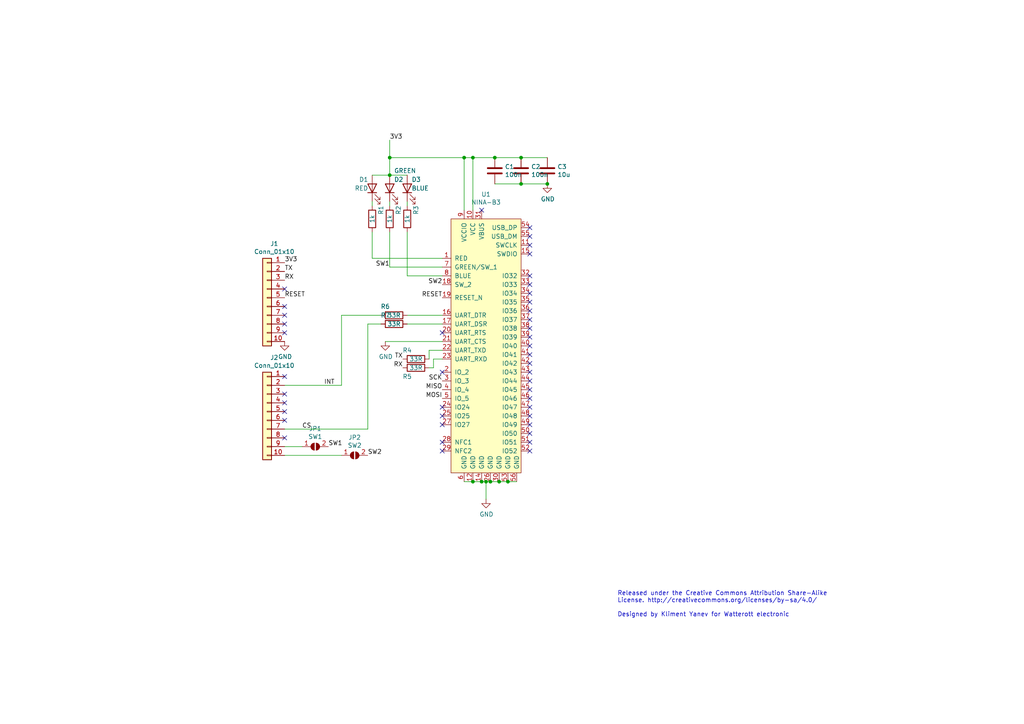
<source format=kicad_sch>
(kicad_sch (version 20211123) (generator eeschema)
  (paper "A4")
  (lib_symbols
    (symbol "Connector_Generic:Conn_01x10" (pin_names (offset 1.016) hide)
      (property "Reference" "J" (at 0 12.7 0))
      (property "Value" "Conn_01x10" (at 0 -15.24 0))
      (symbol "Conn_01x10_1_1"
        (rectangle (start -1.27 -12.573) (end 0 -12.827) (stroke (width 0.1524)))
        (rectangle (start -1.27 -10.033) (end 0 -10.287) (stroke (width 0.1524)))
        (rectangle (start -1.27 -7.493) (end 0 -7.747) (stroke (width 0.1524)))
        (rectangle (start -1.27 -4.953) (end 0 -5.207) (stroke (width 0.1524)))
        (rectangle (start -1.27 -2.413) (end 0 -2.667) (stroke (width 0.1524)))
        (rectangle (start -1.27 0.127) (end 0 -0.127) (stroke (width 0.1524)))
        (rectangle (start -1.27 2.667) (end 0 2.413) (stroke (width 0.1524)))
        (rectangle (start -1.27 5.207) (end 0 4.953) (stroke (width 0.1524)))
        (rectangle (start -1.27 7.747) (end 0 7.493) (stroke (width 0.1524)))
        (rectangle (start -1.27 10.287) (end 0 10.033) (stroke (width 0.1524)))
        (rectangle (start -1.27 11.43) (end 1.27 -13.97) (stroke (width 0.254)) (fill (type background)))
        (pin passive line (at -5.08 10.16 0) (length 3.81) (name "Pin_1") (number "1"))
        (pin passive line (at -5.08 -12.7 0) (length 3.81) (name "Pin_10") (number "10"))
        (pin passive line (at -5.08 7.62 0) (length 3.81) (name "Pin_2") (number "2"))
        (pin passive line (at -5.08 5.08 0) (length 3.81) (name "Pin_3") (number "3"))
        (pin passive line (at -5.08 2.54 0) (length 3.81) (name "Pin_4") (number "4"))
        (pin passive line (at -5.08 0 0) (length 3.81) (name "Pin_5") (number "5"))
        (pin passive line (at -5.08 -2.54 0) (length 3.81) (name "Pin_6") (number "6"))
        (pin passive line (at -5.08 -5.08 0) (length 3.81) (name "Pin_7") (number "7"))
        (pin passive line (at -5.08 -7.62 0) (length 3.81) (name "Pin_8") (number "8"))
        (pin passive line (at -5.08 -10.16 0) (length 3.81) (name "Pin_9") (number "9"))
      )
    )
    (symbol "Device:C" (pin_numbers hide) (pin_names (offset 0.254))
      (property "Reference" "C" (at 0.635 2.54 0))
      (property "Value" "C" (at 0.635 -2.54 0))
      (symbol "C_0_1"
        (polyline (pts (xy -2.032 -0.762) (xy 2.032 -0.762)) (stroke (width 0.508)))
        (polyline (pts (xy -2.032 0.762) (xy 2.032 0.762)) (stroke (width 0.508)))
      )
      (symbol "C_1_1"
        (pin passive line (at 0 3.81 270) (length 2.794) (name "~") (number "1"))
        (pin passive line (at 0 -3.81 90) (length 2.794) (name "~") (number "2"))
      )
    )
    (symbol "Device:LED" (pin_numbers hide) (pin_names (offset 1.016) hide)
      (property "Reference" "D" (at 0 2.54 0))
      (property "Value" "LED" (at 0 -2.54 0))
      (symbol "LED_0_1"
        (polyline (pts (xy -1.27 -1.27) (xy -1.27 1.27)) (stroke (width 0.254)))
        (polyline (pts (xy -1.27 0) (xy 1.27 0)))
        (polyline (pts (xy 1.27 -1.27) (xy 1.27 1.27) (xy -1.27 0) (xy 1.27 -1.27)) (stroke (width 0.254)))
        (polyline (pts (xy -3.048 -0.762) (xy -4.572 -2.286) (xy -3.81 -2.286) (xy -4.572 -2.286) (xy -4.572 -1.524)))
        (polyline (pts (xy -1.778 -0.762) (xy -3.302 -2.286) (xy -2.54 -2.286) (xy -3.302 -2.286) (xy -3.302 -1.524)))
      )
      (symbol "LED_1_1"
        (pin passive line (at -3.81 0 0) (length 2.54) (name "K") (number "1"))
        (pin passive line (at 3.81 0 180) (length 2.54) (name "A") (number "2"))
      )
    )
    (symbol "Device:R" (pin_numbers hide) (pin_names (offset 0))
      (property "Reference" "R" (at 2.032 0 90))
      (property "Value" "R" (at 0 0 90))
      (symbol "R_0_1"
        (rectangle (start -1.016 -2.54) (end 1.016 2.54) (stroke (width 0.254)))
      )
      (symbol "R_1_1"
        (pin passive line (at 0 3.81 270) (length 1.27) (name "~") (number "1"))
        (pin passive line (at 0 -3.81 90) (length 1.27) (name "~") (number "2"))
      )
    )
    (symbol "Jumper:SolderJumper_2_Open" (pin_names (offset 0) hide)
      (property "Reference" "JP" (at 0 2.032 0))
      (property "Value" "SolderJumper_2_Open" (at 0 -2.54 0))
      (symbol "SolderJumper_2_Open_0_1"
        (arc (start -0.254 1.016) (mid -1.27 0) (end -0.254 -1.016))
        (arc (start -0.254 1.016) (mid -1.27 0) (end -0.254 -1.016) (fill (type outline)))
        (polyline (pts (xy -0.254 1.016) (xy -0.254 -1.016)))
        (polyline (pts (xy 0.254 1.016) (xy 0.254 -1.016)))
        (arc (start 0.254 -1.016) (mid 1.27 0) (end 0.254 1.016))
        (arc (start 0.254 -1.016) (mid 1.27 0) (end 0.254 1.016) (fill (type outline)))
      )
      (symbol "SolderJumper_2_Open_1_1"
        (pin passive line (at -3.81 0 0) (length 2.54) (name "A") (number "1"))
        (pin passive line (at 3.81 0 180) (length 2.54) (name "B") (number "2"))
      )
    )
    (symbol "blebee-rescue:NINA-B3-corelib" (pin_names (offset 1.016))
      (property "Reference" "U" (at 3.81 34.29 0))
      (property "Value" "NINA-B3-corelib" (at -11.43 29.21 90))
      (symbol "NINA-B3-corelib_0_1"
        (rectangle (start -10.16 33.02) (end 10.16 -40.64) (fill (type background)))
      )
      (symbol "NINA-B3-corelib_1_1"
        (pin passive line (at -12.7 21.59 0) (length 2.54) (name "RED") (number "1"))
        (pin power_in line (at -3.81 35.56 270) (length 2.54) (name "VCC") (number "10"))
        (pin passive line (at 12.7 25.4 180) (length 2.54) (name "SWCLK") (number "11"))
        (pin power_in line (at -3.81 -43.18 90) (length 2.54) (name "GND") (number "12"))
        (pin power_in line (at -1.27 -43.18 90) (length 2.54) (name "GND") (number "14"))
        (pin passive line (at 12.7 22.86 180) (length 2.54) (name "SWDIO") (number "15"))
        (pin passive line (at -12.7 5.08 0) (length 2.54) (name "UART_DTR") (number "16"))
        (pin passive line (at -12.7 2.54 0) (length 2.54) (name "UART_DSR") (number "17"))
        (pin passive line (at -12.7 13.97 0) (length 2.54) (name "SW_2") (number "18"))
        (pin input line (at -12.7 10.16 0) (length 2.54) (name "RESET_N") (number "19"))
        (pin passive line (at -12.7 -11.43 0) (length 2.54) (name "IO_2") (number "2"))
        (pin passive line (at -12.7 0 0) (length 2.54) (name "UART_RTS") (number "20"))
        (pin passive line (at -12.7 -2.54 0) (length 2.54) (name "UART_CTS") (number "21"))
        (pin output line (at -12.7 -5.08 0) (length 2.54) (name "UART_TXD") (number "22"))
        (pin input line (at -12.7 -7.62 0) (length 2.54) (name "UART_RXD") (number "23"))
        (pin passive line (at -12.7 -21.59 0) (length 2.54) (name "IO24") (number "24"))
        (pin passive line (at -12.7 -24.13 0) (length 2.54) (name "IO25") (number "25"))
        (pin power_in line (at 1.27 -43.18 90) (length 2.54) (name "GND") (number "26"))
        (pin passive line (at -12.7 -26.67 0) (length 2.54) (name "IO27") (number "27"))
        (pin passive line (at -12.7 -31.75 0) (length 2.54) (name "NFC1") (number "28"))
        (pin passive line (at -12.7 -34.29 0) (length 2.54) (name "NFC2") (number "29"))
        (pin passive line (at -12.7 -13.97 0) (length 2.54) (name "IO_3") (number "3"))
        (pin power_in line (at 3.81 -43.18 90) (length 2.54) (name "GND") (number "30"))
        (pin power_in line (at -1.27 35.56 270) (length 2.54) (name "VBUS") (number "31"))
        (pin passive line (at 12.7 16.51 180) (length 2.54) (name "IO32") (number "32"))
        (pin passive line (at 12.7 13.97 180) (length 2.54) (name "IO33") (number "33"))
        (pin passive line (at 12.7 11.43 180) (length 2.54) (name "IO34") (number "34"))
        (pin passive line (at 12.7 8.89 180) (length 2.54) (name "IO35") (number "35"))
        (pin passive line (at 12.7 6.35 180) (length 2.54) (name "IO36") (number "36"))
        (pin passive line (at 12.7 3.81 180) (length 2.54) (name "IO37") (number "37"))
        (pin passive line (at 12.7 1.27 180) (length 2.54) (name "IO38") (number "38"))
        (pin passive line (at 12.7 -1.27 180) (length 2.54) (name "IO39") (number "39"))
        (pin passive line (at -12.7 -16.51 0) (length 2.54) (name "IO_4") (number "4"))
        (pin passive line (at 12.7 -3.81 180) (length 2.54) (name "IO40") (number "40"))
        (pin passive line (at 12.7 -6.35 180) (length 2.54) (name "IO41") (number "41"))
        (pin passive line (at 12.7 -8.89 180) (length 2.54) (name "IO42") (number "42"))
        (pin passive line (at 12.7 -11.43 180) (length 2.54) (name "IO43") (number "43"))
        (pin passive line (at 12.7 -13.97 180) (length 2.54) (name "IO44") (number "44"))
        (pin passive line (at 12.7 -16.51 180) (length 2.54) (name "IO45") (number "45"))
        (pin passive line (at 12.7 -19.05 180) (length 2.54) (name "IO46") (number "46"))
        (pin passive line (at 12.7 -21.59 180) (length 2.54) (name "IO47") (number "47"))
        (pin passive line (at 12.7 -24.13 180) (length 2.54) (name "IO48") (number "48"))
        (pin passive line (at 12.7 -26.67 180) (length 2.54) (name "IO49") (number "49"))
        (pin passive line (at -12.7 -19.05 0) (length 2.54) (name "IO_5") (number "5"))
        (pin passive line (at 12.7 -29.21 180) (length 2.54) (name "IO50") (number "50"))
        (pin passive line (at 12.7 -31.75 180) (length 2.54) (name "IO51") (number "51"))
        (pin passive line (at 12.7 -34.29 180) (length 2.54) (name "IO52") (number "52"))
        (pin power_in line (at 6.35 -43.18 90) (length 2.54) (name "GND") (number "53"))
        (pin passive line (at 12.7 30.48 180) (length 2.54) (name "USB_DP") (number "54"))
        (pin passive line (at 12.7 27.94 180) (length 2.54) (name "USB_DM") (number "55"))
        (pin power_in line (at 8.89 -43.18 90) (length 2.54) (name "GND") (number "56"))
        (pin power_in line (at -6.35 -43.18 90) (length 2.54) (name "GND") (number "6"))
        (pin passive line (at -12.7 19.05 0) (length 2.54) (name "GREEN/SW_1") (number "7"))
        (pin passive line (at -12.7 16.51 0) (length 2.54) (name "BLUE") (number "8"))
        (pin power_in line (at -6.35 35.56 270) (length 2.54) (name "VCCIO") (number "9"))
      )
    )
    (symbol "power:GND" (power) (pin_names (offset 0))
      (property "Value" "GND" (at 0 -3.81 0))
      (symbol "GND_0_1"
        (polyline (pts (xy 0 0) (xy 0 -1.27) (xy 1.27 -1.27) (xy 0 -2.54) (xy -1.27 -1.27) (xy 0 -1.27)))
      )
      (symbol "GND_1_1"
        (pin power_in line (at 0 0 270) (length 0) hide (name "GND") (number "1"))
      )
    )
  )
  (junction (at 143.51 45.72))
  (junction (at 113.03 45.72))
  (junction (at 144.78 139.7))
  (junction (at 142.24 139.7))
  (junction (at 147.32 139.7))
  (junction (at 151.13 45.72))
  (junction (at 151.13 53.34))
  (junction (at 139.7 139.7))
  (junction (at 137.16 45.72))
  (junction (at 134.62 45.72))
  (junction (at 137.16 139.7))
  (junction (at 140.97 139.7))
  (junction (at 113.03 50.8))
  (junction (at 158.75 53.34))
  (no_connect (at 128.27 107.95))
  (no_connect (at 153.67 85.09))
  (no_connect (at 128.27 120.65))
  (no_connect (at 128.27 118.11))
  (no_connect (at 82.55 116.84))
  (no_connect (at 82.55 96.52))
  (no_connect (at 82.55 93.98))
  (no_connect (at 153.67 110.49))
  (no_connect (at 153.67 95.25))
  (no_connect (at 153.67 107.95))
  (no_connect (at 153.67 123.19))
  (no_connect (at 82.55 88.9))
  (no_connect (at 82.55 83.82))
  (no_connect (at 153.67 100.33))
  (no_connect (at 153.67 118.11))
  (no_connect (at 82.55 114.3))
  (no_connect (at 128.27 130.81))
  (no_connect (at 153.67 115.57))
  (no_connect (at 82.55 109.22))
  (no_connect (at 153.67 80.01))
  (no_connect (at 153.67 105.41))
  (no_connect (at 139.7 60.96))
  (no_connect (at 153.67 130.81))
  (no_connect (at 128.27 128.27))
  (no_connect (at 153.67 97.79))
  (no_connect (at 82.55 91.44))
  (no_connect (at 153.67 125.73))
  (no_connect (at 153.67 92.71))
  (no_connect (at 128.27 96.52))
  (no_connect (at 153.67 73.66))
  (no_connect (at 153.67 120.65))
  (no_connect (at 153.67 87.63))
  (no_connect (at 153.67 128.27))
  (no_connect (at 128.27 123.19))
  (no_connect (at 153.67 68.58))
  (no_connect (at 153.67 90.17))
  (no_connect (at 153.67 71.12))
  (no_connect (at 153.67 66.04))
  (no_connect (at 82.55 121.92))
  (no_connect (at 82.55 127))
  (no_connect (at 153.67 82.55))
  (no_connect (at 82.55 119.38))
  (no_connect (at 153.67 113.03))
  (no_connect (at 153.67 102.87))
  (wire (pts (xy 124.46 106.68) (xy 125.73 106.68)))
  (wire (pts (xy 110.49 91.44) (xy 99.06 91.44)))
  (wire (pts (xy 82.55 132.08) (xy 99.06 132.08)))
  (wire (pts (xy 99.06 111.76) (xy 82.55 111.76)))
  (wire (pts (xy 140.97 144.78) (xy 140.97 139.7)))
  (wire (pts (xy 99.06 91.44) (xy 99.06 111.76)))
  (wire (pts (xy 128.27 77.47) (xy 113.03 77.47)))
  (wire (pts (xy 142.24 139.7) (xy 144.78 139.7)))
  (wire (pts (xy 128.27 80.01) (xy 118.11 80.01)))
  (wire (pts (xy 128.27 91.44) (xy 118.11 91.44)))
  (wire (pts (xy 113.03 45.72) (xy 113.03 50.8)))
  (wire (pts (xy 128.27 104.14) (xy 125.73 104.14)))
  (wire (pts (xy 124.46 101.6) (xy 128.27 101.6)))
  (wire (pts (xy 82.55 129.54) (xy 87.63 129.54)))
  (wire (pts (xy 140.97 139.7) (xy 142.24 139.7)))
  (wire (pts (xy 113.03 59.69) (xy 113.03 58.42)))
  (wire (pts (xy 134.62 45.72) (xy 137.16 45.72)))
  (wire (pts (xy 143.51 53.34) (xy 151.13 53.34)))
  (wire (pts (xy 113.03 77.47) (xy 113.03 67.31)))
  (wire (pts (xy 110.49 93.98) (xy 106.68 93.98)))
  (wire (pts (xy 143.51 45.72) (xy 137.16 45.72)))
  (wire (pts (xy 118.11 59.69) (xy 118.11 58.42)))
  (wire (pts (xy 125.73 106.68) (xy 125.73 104.14)))
  (wire (pts (xy 118.11 50.8) (xy 113.03 50.8)))
  (wire (pts (xy 107.95 74.93) (xy 107.95 67.31)))
  (wire (pts (xy 137.16 45.72) (xy 137.16 60.96)))
  (wire (pts (xy 128.27 93.98) (xy 118.11 93.98)))
  (wire (pts (xy 144.78 139.7) (xy 147.32 139.7)))
  (wire (pts (xy 111.76 99.06) (xy 128.27 99.06)))
  (wire (pts (xy 107.95 59.69) (xy 107.95 58.42)))
  (wire (pts (xy 106.68 124.46) (xy 82.55 124.46)))
  (wire (pts (xy 118.11 80.01) (xy 118.11 67.31)))
  (wire (pts (xy 113.03 45.72) (xy 134.62 45.72)))
  (wire (pts (xy 134.62 139.7) (xy 137.16 139.7)))
  (wire (pts (xy 143.51 45.72) (xy 151.13 45.72)))
  (wire (pts (xy 124.46 101.6) (xy 124.46 104.14)))
  (wire (pts (xy 134.62 45.72) (xy 134.62 60.96)))
  (wire (pts (xy 151.13 45.72) (xy 158.75 45.72)))
  (wire (pts (xy 113.03 40.64) (xy 113.03 45.72)))
  (wire (pts (xy 137.16 139.7) (xy 139.7 139.7)))
  (wire (pts (xy 151.13 53.34) (xy 158.75 53.34)))
  (wire (pts (xy 107.95 50.8) (xy 113.03 50.8)))
  (wire (pts (xy 106.68 93.98) (xy 106.68 124.46)))
  (wire (pts (xy 139.7 139.7) (xy 140.97 139.7)))
  (wire (pts (xy 128.27 74.93) (xy 107.95 74.93)))
  (wire (pts (xy 147.32 139.7) (xy 149.86 139.7)))
  (text "Released under the Creative Commons Attribution Share-Alike \nLicense. http://creativecommons.org/licenses/by-sa/4.0/\n\nDesigned by Kliment Yanev for Watterott electronic" (at 179.07 179.07 0) (effects (font (size 1.27 1.27)) (justify left bottom)))
  (label "RX" (at 82.55 81.28 0))
  (label "RESET" (at 82.55 86.36 0))
  (label "3V3" (at 113.03 40.64 0))
  (label "SCK" (at 128.27 110.49 180))
  (label "MISO" (at 128.27 113.03 180))
  (label "TX" (at 116.84 104.14 180))
  (label "3V3" (at 82.55 76.2 0))
  (label "SW1" (at 95.25 129.54 0))
  (label "SW1" (at 113.03 77.47 180))
  (label "MOSI" (at 128.27 115.57 180))
  (label "CS" (at 87.63 124.46 0))
  (label "RX" (at 116.84 106.68 180))
  (label "INT" (at 93.98 111.76 0))
  (label "RESET" (at 128.27 86.36 180))
  (label "SW2" (at 128.27 82.55 180))
  (label "TX" (at 82.55 78.74 0))
  (label "SW2" (at 106.68 132.08 0))
  (symbol (lib_id "blebee-rescue:NINA-B3-corelib") (at 140.97 96.52 0) (unit 1)
    (property "Reference" "U1" (at 140.97 56.3626 0))
    (property "Value" "NINA-B3" (at 140.97 58.674 0))
    (property "Footprint" "corelib:NINA-B3x2" (effects hide))
  )
  (symbol (lib_id "power:GND") (at 140.97 144.78 0) (unit 1)
    (property "Reference" "#PWR01" (effects hide))
    (property "Value" "GND" (at 141.097 149.1742 0))
  )
  (symbol (lib_id "Connector_Generic:Conn_01x10") (at 77.47 86.36 0) (mirror y) (unit 1)
    (property "Reference" "J1" (at 79.5528 70.6882 0))
    (property "Value" "Conn_01x10" (at 79.5528 72.9996 0))
    (property "Footprint" "Connector_PinHeader_2.00mm:PinHeader_1x10_P2.00mm_Vertical" (effects hide))
  )
  (symbol (lib_id "Device:R") (at 120.65 104.14 270) (unit 1)
    (property "Reference" "R4" (at 118.11 101.6 90))
    (property "Value" "33R" (at 120.65 104.14 90))
    (property "Footprint" "Resistor_SMD:R_0603_1608Metric" (effects hide))
  )
  (symbol (lib_id "Device:R") (at 120.65 106.68 270) (unit 1)
    (property "Reference" "R5" (at 118.11 109.22 90))
    (property "Value" "33R" (at 120.65 106.68 90))
    (property "Footprint" "Resistor_SMD:R_0603_1608Metric" (effects hide))
  )
  (symbol (lib_id "Device:R") (at 107.95 63.5 180) (unit 1)
    (property "Reference" "R1" (at 110.49 60.96 90))
    (property "Value" "1k" (at 107.95 63.5 90))
    (property "Footprint" "Resistor_SMD:R_0603_1608Metric" (effects hide))
  )
  (symbol (lib_id "Device:R") (at 113.03 63.5 180) (unit 1)
    (property "Reference" "R2" (at 115.57 60.96 90))
    (property "Value" "1k" (at 113.03 63.5 90))
    (property "Footprint" "Resistor_SMD:R_0603_1608Metric" (effects hide))
  )
  (symbol (lib_id "Device:R") (at 118.11 63.5 180) (unit 1)
    (property "Reference" "R3" (at 120.65 60.96 90))
    (property "Value" "1k" (at 118.11 63.5 90))
    (property "Footprint" "Resistor_SMD:R_0603_1608Metric" (effects hide))
  )
  (symbol (lib_id "Device:C") (at 143.51 49.53 0) (unit 1)
    (property "Reference" "C1" (at 146.431 48.3616 0) (effects (justify left)))
    (property "Value" "100n" (at 146.431 50.673 0) (effects (justify left)))
    (property "Footprint" "Capacitor_SMD:C_0603_1608Metric" (effects hide))
  )
  (symbol (lib_id "Device:C") (at 158.75 49.53 0) (unit 1)
    (property "Reference" "C3" (at 161.671 48.3616 0) (effects (justify left)))
    (property "Value" "10u" (at 161.671 50.673 0) (effects (justify left)))
    (property "Footprint" "Capacitor_SMD:C_0805_2012Metric" (effects hide))
  )
  (symbol (lib_id "Device:C") (at 151.13 49.53 0) (unit 1)
    (property "Reference" "C2" (at 154.051 48.3616 0) (effects (justify left)))
    (property "Value" "100n" (at 154.051 50.673 0) (effects (justify left)))
    (property "Footprint" "Capacitor_SMD:C_0603_1608Metric" (effects hide))
  )
  (symbol (lib_id "power:GND") (at 158.75 53.34 0) (unit 1)
    (property "Reference" "#PWR02" (effects hide))
    (property "Value" "GND" (at 158.877 57.7342 0))
  )
  (symbol (lib_id "Connector_Generic:Conn_01x10") (at 77.47 119.38 0) (mirror y) (unit 1)
    (property "Reference" "J2" (at 79.5528 103.7082 0))
    (property "Value" "Conn_01x10" (at 79.5528 106.0196 0))
    (property "Footprint" "Connector_PinHeader_2.00mm:PinHeader_1x10_P2.00mm_Vertical" (effects hide))
  )
  (symbol (lib_id "power:GND") (at 82.55 99.06 0) (unit 1)
    (property "Reference" "#PWR0101" (effects hide))
    (property "Value" "GND" (at 82.677 103.4542 0))
  )
  (symbol (lib_id "Device:R") (at 114.3 91.44 270) (unit 1)
    (property "Reference" "R6" (at 111.76 88.9 90))
    (property "Value" "33R" (at 114.3 91.44 90))
    (property "Footprint" "Resistor_SMD:R_0603_1608Metric" (effects hide))
  )
  (symbol (lib_id "Device:R") (at 114.3 93.98 270) (unit 1)
    (property "Reference" "R7" (at 111.76 91.44 90))
    (property "Value" "33R" (at 114.3 93.98 90))
    (property "Footprint" "Resistor_SMD:R_0603_1608Metric" (effects hide))
  )
  (symbol (lib_id "power:GND") (at 111.76 99.06 0) (unit 1)
    (property "Reference" "#PWR0102" (effects hide))
    (property "Value" "GND" (at 111.887 103.4542 0))
  )
  (symbol (lib_id "Jumper:SolderJumper_2_Open") (at 91.44 129.54 0) (unit 1)
    (property "Reference" "JP1" (at 91.44 124.333 0))
    (property "Value" "SW1" (at 91.44 126.6444 0))
    (property "Footprint" "Jumper:SolderJumper-2_P1.3mm_Open_RoundedPad1.0x1.5mm" (effects hide))
  )
  (symbol (lib_id "Jumper:SolderJumper_2_Open") (at 102.87 132.08 0) (unit 1)
    (property "Reference" "JP2" (at 102.87 126.873 0))
    (property "Value" "SW2" (at 102.87 129.1844 0))
    (property "Footprint" "Jumper:SolderJumper-2_P1.3mm_Open_RoundedPad1.0x1.5mm" (effects hide))
  )
  (symbol (lib_id "Device:LED") (at 107.95 54.61 90) (unit 1)
    (property "Reference" "D1" (at 104.14 52.07 90) (effects (justify right)))
    (property "Value" "RED" (at 102.87 54.61 90) (effects (justify right)))
    (property "Footprint" "LED_SMD:LED_0603_1608Metric" (effects hide))
  )
  (symbol (lib_id "Device:LED") (at 113.03 54.61 90) (unit 1)
    (property "Reference" "D2" (at 114.3 52.07 90) (effects (justify right)))
    (property "Value" "GREEN" (at 114.3 49.53 90) (effects (justify right)))
    (property "Footprint" "LED_SMD:LED_0603_1608Metric" (effects hide))
  )
  (symbol (lib_id "Device:LED") (at 118.11 54.61 90) (unit 1)
    (property "Reference" "D3" (at 119.38 52.07 90) (effects (justify right)))
    (property "Value" "BLUE" (at 119.38 54.61 90) (effects (justify right)))
    (property "Footprint" "LED_SMD:LED_0603_1608Metric" (effects hide))
  )
)
</source>
